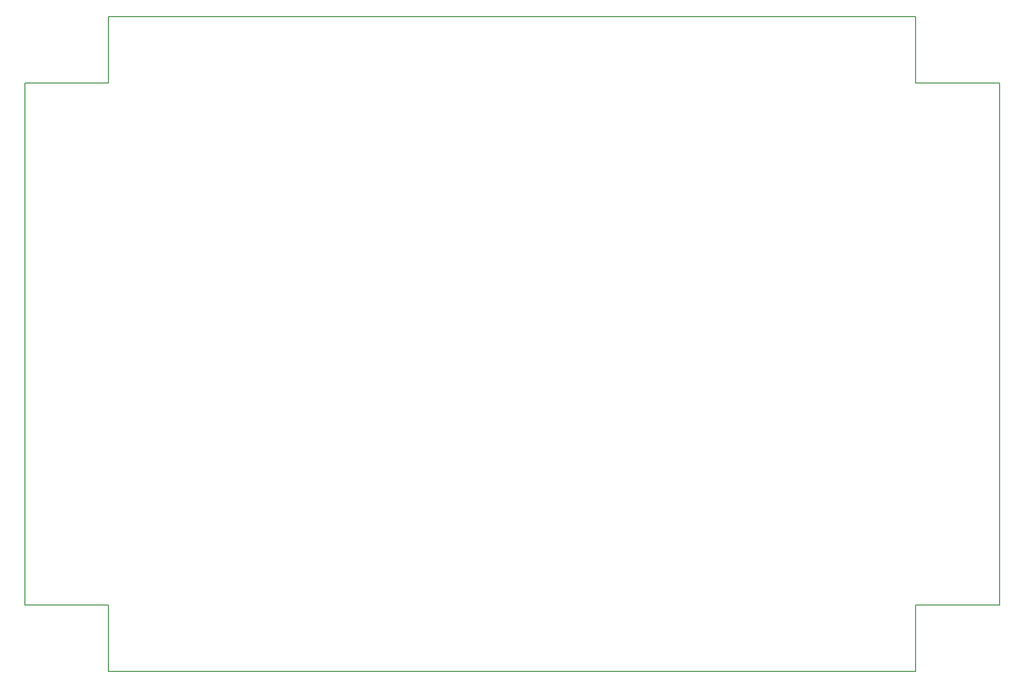
<source format=gbr>
%FSLAX23Y23*%
%MOIN*%
G04 EasyPC Gerber Version 14.0.2 Build 2922 *
%ADD18C,0.00500*%
X0Y0D02*
D02*
D18*
X3Y4091D02*
X573D01*
Y4544*
X6085*
Y4091*
X6656*
Y528*
X6085*
Y76*
X573*
Y528*
X3*
Y4091*
X0Y0D02*
M02*

</source>
